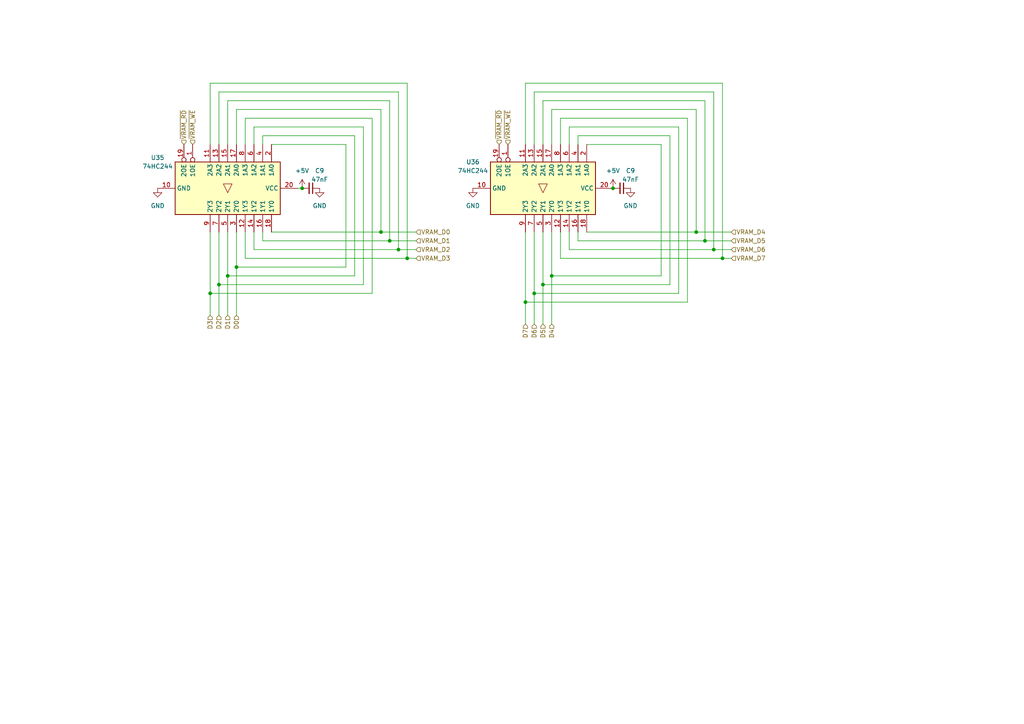
<source format=kicad_sch>
(kicad_sch (version 20230121) (generator eeschema)
  (paper "A4")
  (lib_symbols
    (symbol "74xx:74HC244"
      (property "Reference" "U" (at -7.62 16.51 0))
      (property "Value" "74HC244" (at -7.62 -16.51 0))
      (symbol "74HC244_1_0"
        (polyline (pts (xy 1.27 0) (xy -1.27 1.27) (xy -1.27 -1.27) (xy 1.27 0)) (stroke (width 0.1524)))
        (pin input inverted (at -12.7 -10.16 0) (length 5.08) (name "1OE") (number "1"))
        (pin power_in line (at 0 -20.32 90) (length 5.08) (name "GND") (number "10"))
        (pin input line (at -12.7 -5.08 0) (length 5.08) (name "2A3") (number "11"))
        (pin tri_state line (at 12.7 5.08 180) (length 5.08) (name "1Y3") (number "12"))
        (pin input line (at -12.7 -2.54 0) (length 5.08) (name "2A2") (number "13"))
        (pin tri_state line (at 12.7 7.62 180) (length 5.08) (name "1Y2") (number "14"))
        (pin input line (at -12.7 0 0) (length 5.08) (name "2A1") (number "15"))
        (pin tri_state line (at 12.7 10.16 180) (length 5.08) (name "1Y1") (number "16"))
        (pin input line (at -12.7 2.54 0) (length 5.08) (name "2A0") (number "17"))
        (pin tri_state line (at 12.7 12.7 180) (length 5.08) (name "1Y0") (number "18"))
        (pin input inverted (at -12.7 -12.7 0) (length 5.08) (name "2OE") (number "19"))
        (pin input line (at -12.7 12.7 0) (length 5.08) (name "1A0") (number "2"))
        (pin power_in line (at 0 20.32 270) (length 5.08) (name "VCC") (number "20"))
        (pin tri_state line (at 12.7 2.54 180) (length 5.08) (name "2Y0") (number "3"))
        (pin input line (at -12.7 10.16 0) (length 5.08) (name "1A1") (number "4"))
        (pin tri_state line (at 12.7 0 180) (length 5.08) (name "2Y1") (number "5"))
        (pin input line (at -12.7 7.62 0) (length 5.08) (name "1A2") (number "6"))
        (pin tri_state line (at 12.7 -2.54 180) (length 5.08) (name "2Y2") (number "7"))
        (pin input line (at -12.7 5.08 0) (length 5.08) (name "1A3") (number "8"))
        (pin tri_state line (at 12.7 -5.08 180) (length 5.08) (name "2Y3") (number "9"))
      )
      (symbol "74HC244_1_1"
        (rectangle (start -7.62 15.24) (end 7.62 -15.24) (stroke (width 0.254)) (fill (type background)))
      )
    )
    (symbol "Device:C_Small" (pin_numbers hide) (pin_names (offset 0.254) hide)
      (property "Reference" "C" (at 0.254 1.778 0))
      (property "Value" "C_Small" (at 0.254 -2.032 0))
      (symbol "C_Small_0_1"
        (polyline (pts (xy -1.524 -0.508) (xy 1.524 -0.508)) (stroke (width 0.3302)))
        (polyline (pts (xy -1.524 0.508) (xy 1.524 0.508)) (stroke (width 0.3048)))
      )
      (symbol "C_Small_1_1"
        (pin passive line (at 0 2.54 270) (length 2.032) (name "~") (number "1"))
        (pin passive line (at 0 -2.54 90) (length 2.032) (name "~") (number "2"))
      )
    )
    (symbol "power:+5V" (power) (pin_names (offset 0))
      (property "Value" "+5V" (at 0 3.556 0))
      (symbol "+5V_0_1"
        (polyline (pts (xy -0.762 1.27) (xy 0 2.54)))
        (polyline (pts (xy 0 0) (xy 0 2.54)))
        (polyline (pts (xy 0 2.54) (xy 0.762 1.27)))
      )
      (symbol "+5V_1_1"
        (pin power_in line (at 0 0 90) (length 0) hide (name "+5V") (number "1"))
      )
    )
    (symbol "power:GND" (power) (pin_names (offset 0))
      (property "Value" "GND" (at 0 -3.81 0))
      (symbol "GND_0_1"
        (polyline (pts (xy 0 0) (xy 0 -1.27) (xy 1.27 -1.27) (xy 0 -2.54) (xy -1.27 -1.27) (xy 0 -1.27)))
      )
      (symbol "GND_1_1"
        (pin power_in line (at 0 0 270) (length 0) hide (name "GND") (number "1"))
      )
    )
  )
  (junction (at 207.01 72.39))
  (junction (at 209.55 74.93))
  (junction (at 87.63 54.61))
  (junction (at 118.11 74.93))
  (junction (at 152.4 87.63))
  (junction (at 68.58 77.47))
  (junction (at 66.04 80.01))
  (junction (at 63.5 82.55))
  (junction (at 204.47 69.85))
  (junction (at 201.93 67.31))
  (junction (at 154.94 85.09))
  (junction (at 115.57 72.39))
  (junction (at 160.02 80.01))
  (junction (at 110.49 67.31))
  (junction (at 177.8 54.61))
  (junction (at 157.48 82.55))
  (junction (at 60.96 85.09))
  (junction (at 113.03 69.85))
  (wire (pts (xy 115.57 26.67) (xy 63.5 26.67)))
  (wire (pts (xy 63.5 26.67) (xy 63.5 41.91)))
  (wire (pts (xy 76.2 69.85) (xy 113.03 69.85)))
  (wire (pts (xy 201.93 67.31) (xy 212.09 67.31)))
  (wire (pts (xy 73.66 36.83) (xy 73.66 41.91)))
  (wire (pts (xy 76.2 39.37) (xy 76.2 41.91)))
  (wire (pts (xy 160.02 67.31) (xy 160.02 80.01)))
  (wire (pts (xy 63.5 67.31) (xy 63.5 82.55)))
  (wire (pts (xy 167.64 67.31) (xy 167.64 69.85)))
  (wire (pts (xy 194.31 39.37) (xy 194.31 82.55)))
  (wire (pts (xy 160.02 80.01) (xy 191.77 80.01)))
  (wire (pts (xy 71.12 74.93) (xy 118.11 74.93)))
  (wire (pts (xy 207.01 72.39) (xy 207.01 26.67)))
  (wire (pts (xy 201.93 31.75) (xy 160.02 31.75)))
  (wire (pts (xy 105.41 82.55) (xy 105.41 36.83)))
  (wire (pts (xy 73.66 67.31) (xy 73.66 72.39)))
  (wire (pts (xy 160.02 31.75) (xy 160.02 41.91)))
  (wire (pts (xy 191.77 80.01) (xy 191.77 41.91)))
  (wire (pts (xy 191.77 41.91) (xy 170.18 41.91)))
  (wire (pts (xy 152.4 87.63) (xy 199.39 87.63)))
  (wire (pts (xy 102.87 80.01) (xy 102.87 39.37)))
  (wire (pts (xy 194.31 39.37) (xy 167.64 39.37)))
  (wire (pts (xy 165.1 67.31) (xy 165.1 72.39)))
  (wire (pts (xy 105.41 36.83) (xy 73.66 36.83)))
  (wire (pts (xy 162.56 67.31) (xy 162.56 74.93)))
  (wire (pts (xy 165.1 72.39) (xy 207.01 72.39)))
  (wire (pts (xy 78.74 67.31) (xy 110.49 67.31)))
  (wire (pts (xy 107.95 34.29) (xy 107.95 85.09)))
  (wire (pts (xy 152.4 87.63) (xy 152.4 93.98)))
  (wire (pts (xy 209.55 74.93) (xy 209.55 24.13)))
  (wire (pts (xy 76.2 67.31) (xy 76.2 69.85)))
  (wire (pts (xy 204.47 29.21) (xy 157.48 29.21)))
  (wire (pts (xy 170.18 67.31) (xy 201.93 67.31)))
  (wire (pts (xy 66.04 29.21) (xy 66.04 41.91)))
  (wire (pts (xy 68.58 77.47) (xy 100.33 77.47)))
  (wire (pts (xy 204.47 69.85) (xy 212.09 69.85)))
  (wire (pts (xy 115.57 72.39) (xy 120.65 72.39)))
  (wire (pts (xy 162.56 74.93) (xy 209.55 74.93)))
  (wire (pts (xy 100.33 41.91) (xy 78.74 41.91)))
  (wire (pts (xy 66.04 67.31) (xy 66.04 80.01)))
  (wire (pts (xy 60.96 85.09) (xy 60.96 91.44)))
  (wire (pts (xy 102.87 39.37) (xy 76.2 39.37)))
  (wire (pts (xy 162.56 34.29) (xy 162.56 41.91)))
  (wire (pts (xy 196.85 36.83) (xy 165.1 36.83)))
  (wire (pts (xy 157.48 29.21) (xy 157.48 41.91)))
  (wire (pts (xy 154.94 26.67) (xy 154.94 41.91)))
  (wire (pts (xy 63.5 82.55) (xy 63.5 91.44)))
  (wire (pts (xy 60.96 67.31) (xy 60.96 85.09)))
  (wire (pts (xy 115.57 72.39) (xy 115.57 26.67)))
  (wire (pts (xy 60.96 24.13) (xy 60.96 41.91)))
  (wire (pts (xy 110.49 67.31) (xy 120.65 67.31)))
  (wire (pts (xy 71.12 34.29) (xy 71.12 41.91)))
  (wire (pts (xy 207.01 72.39) (xy 212.09 72.39)))
  (wire (pts (xy 73.66 72.39) (xy 115.57 72.39)))
  (wire (pts (xy 160.02 80.01) (xy 160.02 93.98)))
  (wire (pts (xy 110.49 31.75) (xy 68.58 31.75)))
  (wire (pts (xy 201.93 67.31) (xy 201.93 31.75)))
  (wire (pts (xy 152.4 24.13) (xy 152.4 41.91)))
  (wire (pts (xy 68.58 31.75) (xy 68.58 41.91)))
  (wire (pts (xy 207.01 26.67) (xy 154.94 26.67)))
  (wire (pts (xy 154.94 85.09) (xy 196.85 85.09)))
  (wire (pts (xy 118.11 24.13) (xy 60.96 24.13)))
  (wire (pts (xy 204.47 69.85) (xy 204.47 29.21)))
  (wire (pts (xy 154.94 67.31) (xy 154.94 85.09)))
  (wire (pts (xy 113.03 69.85) (xy 120.65 69.85)))
  (wire (pts (xy 66.04 80.01) (xy 66.04 91.44)))
  (wire (pts (xy 209.55 24.13) (xy 152.4 24.13)))
  (wire (pts (xy 152.4 67.31) (xy 152.4 87.63)))
  (wire (pts (xy 167.64 39.37) (xy 167.64 41.91)))
  (wire (pts (xy 157.48 67.31) (xy 157.48 82.55)))
  (wire (pts (xy 199.39 34.29) (xy 199.39 87.63)))
  (wire (pts (xy 71.12 67.31) (xy 71.12 74.93)))
  (wire (pts (xy 167.64 69.85) (xy 204.47 69.85)))
  (wire (pts (xy 107.95 34.29) (xy 71.12 34.29)))
  (wire (pts (xy 68.58 67.31) (xy 68.58 77.47)))
  (wire (pts (xy 113.03 69.85) (xy 113.03 29.21)))
  (wire (pts (xy 157.48 82.55) (xy 157.48 93.98)))
  (wire (pts (xy 63.5 82.55) (xy 105.41 82.55)))
  (wire (pts (xy 100.33 77.47) (xy 100.33 41.91)))
  (wire (pts (xy 209.55 74.93) (xy 212.09 74.93)))
  (wire (pts (xy 118.11 74.93) (xy 120.65 74.93)))
  (wire (pts (xy 154.94 85.09) (xy 154.94 93.98)))
  (wire (pts (xy 68.58 77.47) (xy 68.58 91.44)))
  (wire (pts (xy 60.96 85.09) (xy 107.95 85.09)))
  (wire (pts (xy 113.03 29.21) (xy 66.04 29.21)))
  (wire (pts (xy 157.48 82.55) (xy 194.31 82.55)))
  (wire (pts (xy 196.85 36.83) (xy 196.85 85.09)))
  (wire (pts (xy 199.39 34.29) (xy 162.56 34.29)))
  (wire (pts (xy 110.49 67.31) (xy 110.49 31.75)))
  (wire (pts (xy 66.04 80.01) (xy 102.87 80.01)))
  (wire (pts (xy 118.11 74.93) (xy 118.11 24.13)))
  (wire (pts (xy 165.1 36.83) (xy 165.1 41.91)))
  (wire (pts (xy 86.36 54.61) (xy 87.63 54.61)))
  (hierarchical_label "VRAM_D1" (shape input) (at 120.65 69.85 0))
  (hierarchical_label "VRAM_D7" (shape input) (at 212.09 74.93 0))
  (hierarchical_label "~{VRAM_WE}" (shape input) (at 55.88 41.91 90))
  (hierarchical_label "D4" (shape input) (at 160.02 93.98 270))
  (hierarchical_label "VRAM_D3" (shape input) (at 120.65 74.93 0))
  (hierarchical_label "VRAM_D0" (shape input) (at 120.65 67.31 0))
  (hierarchical_label "D7" (shape input) (at 152.4 93.98 270))
  (hierarchical_label "VRAM_D6" (shape input) (at 212.09 72.39 0))
  (hierarchical_label "D3" (shape input) (at 60.96 91.44 270))
  (hierarchical_label "VRAM_D2" (shape input) (at 120.65 72.39 0))
  (hierarchical_label "D1" (shape input) (at 66.04 91.44 270))
  (hierarchical_label "~{VRAM_RD}" (shape input) (at 144.78 41.91 90))
  (hierarchical_label "VRAM_D5" (shape input) (at 212.09 69.85 0))
  (hierarchical_label "D6" (shape input) (at 154.94 93.98 270))
  (hierarchical_label "~{VRAM_WE}" (shape input) (at 147.32 41.91 90))
  (hierarchical_label "VRAM_D4" (shape input) (at 212.09 67.31 0))
  (hierarchical_label "~{VRAM_RD}" (shape input) (at 53.34 41.91 90))
  (hierarchical_label "D5" (shape input) (at 157.48 93.98 270))
  (hierarchical_label "D0" (shape input) (at 68.58 91.44 270))
  (hierarchical_label "D2" (shape input) (at 63.5 91.44 270))
  (symbol (lib_id "Device:C_Small") (at 180.34 54.61 270) (mirror x) (unit 1)
    (property "Reference" "C9" (at 182.88 49.53 90))
    (property "Value" "47nF" (at 182.88 52.07 90))
    (property "Footprint" "Capacitor_SMD:C_0603_1608Metric_Pad1.08x0.95mm_HandSolder" (effects hide))
    (instances (project "Micro" (path "" (reference "C9") (unit 1)) (path "" (reference "C34") (unit 1)) (path "" (reference "C35") (unit 1)) (path "" (reference "C42") (unit 1)) (path "" (reference "C43") (unit 1))))
  )
  (symbol (lib_id "power:GND") (at 92.71 54.61 0) (mirror y) (unit 1)
    (property "Reference" "#PWR0128" (effects hide))
    (property "Value" "GND" (at 92.71 59.69 0))
    (instances (project "Micro" (path "" (reference "#PWR0128") (unit 1)) (path "" (reference "#PWR0153") (unit 1)) (path "" (reference "#PWR0154") (unit 1)) (path "" (reference "#PWR0159") (unit 1)) (path "" (reference "#PWR0160") (unit 1))))
  )
  (symbol (lib_id "power:GND") (at 137.16 54.61 0) (unit 1)
    (property "Reference" "#PWR055" (effects hide))
    (property "Value" "GND" (at 137.16 59.69 0))
    (instances (project "Micro" (path "" (reference "#PWR055") (unit 1)) (path "" (reference "#PWR063") (unit 1))))
  )
  (symbol (lib_id "power:+5V") (at 87.63 54.61 0) (unit 1)
    (property "Reference" "#PWR057" (effects hide))
    (property "Value" "+5V" (at 87.63 49.53 0))
    (instances (project "Micro" (path "" (reference "#PWR057") (unit 1)) (path "" (reference "#PWR050") (unit 1))))
  )
  (symbol (lib_id "power:+5V") (at 177.8 54.61 0) (unit 1)
    (property "Reference" "#PWR056" (effects hide))
    (property "Value" "+5V" (at 177.8 49.53 0))
    (instances (project "Micro" (path "" (reference "#PWR056") (unit 1)) (path "" (reference "#PWR064") (unit 1))))
  )
  (symbol (lib_id "Device:C_Small") (at 90.17 54.61 270) (mirror x) (unit 1)
    (property "Reference" "C9" (at 92.71 49.53 90))
    (property "Value" "47nF" (at 92.71 52.07 90))
    (property "Footprint" "Capacitor_SMD:C_0603_1608Metric_Pad1.08x0.95mm_HandSolder" (effects hide))
    (instances (project "Micro" (path "" (reference "C9") (unit 1)) (path "" (reference "C34") (unit 1)) (path "" (reference "C35") (unit 1)) (path "" (reference "C40") (unit 1)) (path "" (reference "C41") (unit 1))))
  )
  (symbol (lib_id "74xx:74HC244") (at 66.04 54.61 270) (unit 1)
    (property "Reference" "U35" (at 45.72 45.72 90))
    (property "Value" "74HC244" (at 45.72 48.26 90))
    (property "Footprint" "Package_SO:SOIC-20W_7.5x12.8mm_P1.27mm" (effects hide))
    (property "Datasheet" "https://assets.nexperia.com/documents/data-sheet/74HC_HCT244.pdf" (effects hide))
    (instances (project "Micro" (path "" (reference "U35") (unit 1)) (path "" (reference "U42") (unit 1))))
  )
  (symbol (lib_id "74xx:74HC244") (at 157.48 54.61 270) (unit 1)
    (property "Reference" "U36" (at 137.16 46.99 90))
    (property "Value" "74HC244" (at 137.16 49.53 90))
    (property "Footprint" "Package_SO:SOIC-20W_7.5x12.8mm_P1.27mm" (effects hide))
    (property "Datasheet" "https://assets.nexperia.com/documents/data-sheet/74HC_HCT244.pdf" (effects hide))
    (instances (project "Micro" (path "" (reference "U36") (unit 1)) (path "" (reference "U43") (unit 1))))
  )
  (symbol (lib_id "power:GND") (at 45.72 54.61 0) (unit 1)
    (property "Reference" "#PWR054" (effects hide))
    (property "Value" "GND" (at 45.72 59.69 0))
    (instances (project "Micro" (path "" (reference "#PWR054") (unit 1)) (path "" (reference "#PWR046") (unit 1))))
  )
  (symbol (lib_id "power:GND") (at 182.88 54.61 0) (mirror y) (unit 1)
    (property "Reference" "#PWR0128" (effects hide))
    (property "Value" "GND" (at 182.88 59.69 0))
    (instances (project "Micro" (path "" (reference "#PWR0128") (unit 1)) (path "" (reference "#PWR0153") (unit 1)) (path "" (reference "#PWR0154") (unit 1)) (path "" (reference "#PWR0161") (unit 1)) (path "" (reference "#PWR0162") (unit 1))))
  )
)
</source>
